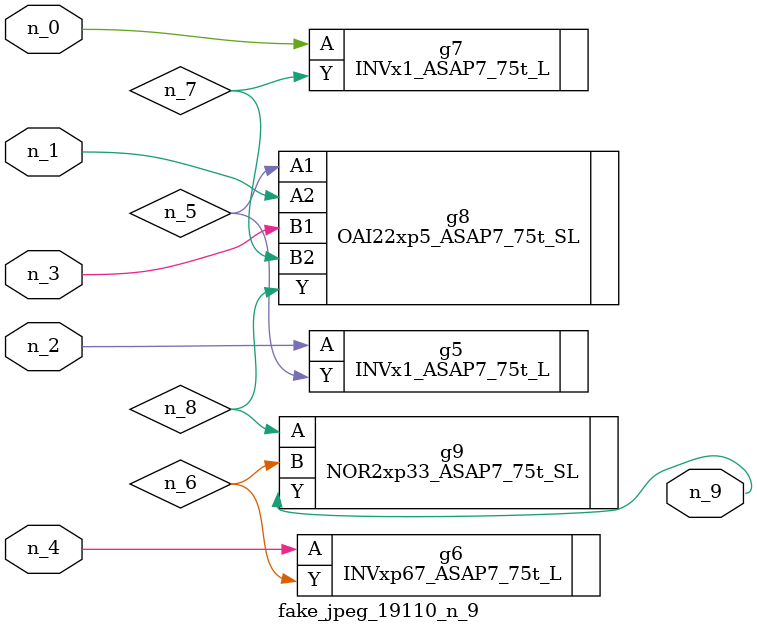
<source format=v>
module fake_jpeg_19110_n_9 (n_3, n_2, n_1, n_0, n_4, n_9);

input n_3;
input n_2;
input n_1;
input n_0;
input n_4;

output n_9;

wire n_8;
wire n_6;
wire n_5;
wire n_7;

INVx1_ASAP7_75t_L g5 ( 
.A(n_2),
.Y(n_5)
);

INVxp67_ASAP7_75t_L g6 ( 
.A(n_4),
.Y(n_6)
);

INVx1_ASAP7_75t_L g7 ( 
.A(n_0),
.Y(n_7)
);

OAI22xp5_ASAP7_75t_SL g8 ( 
.A1(n_5),
.A2(n_1),
.B1(n_3),
.B2(n_7),
.Y(n_8)
);

NOR2xp33_ASAP7_75t_SL g9 ( 
.A(n_8),
.B(n_6),
.Y(n_9)
);


endmodule
</source>
